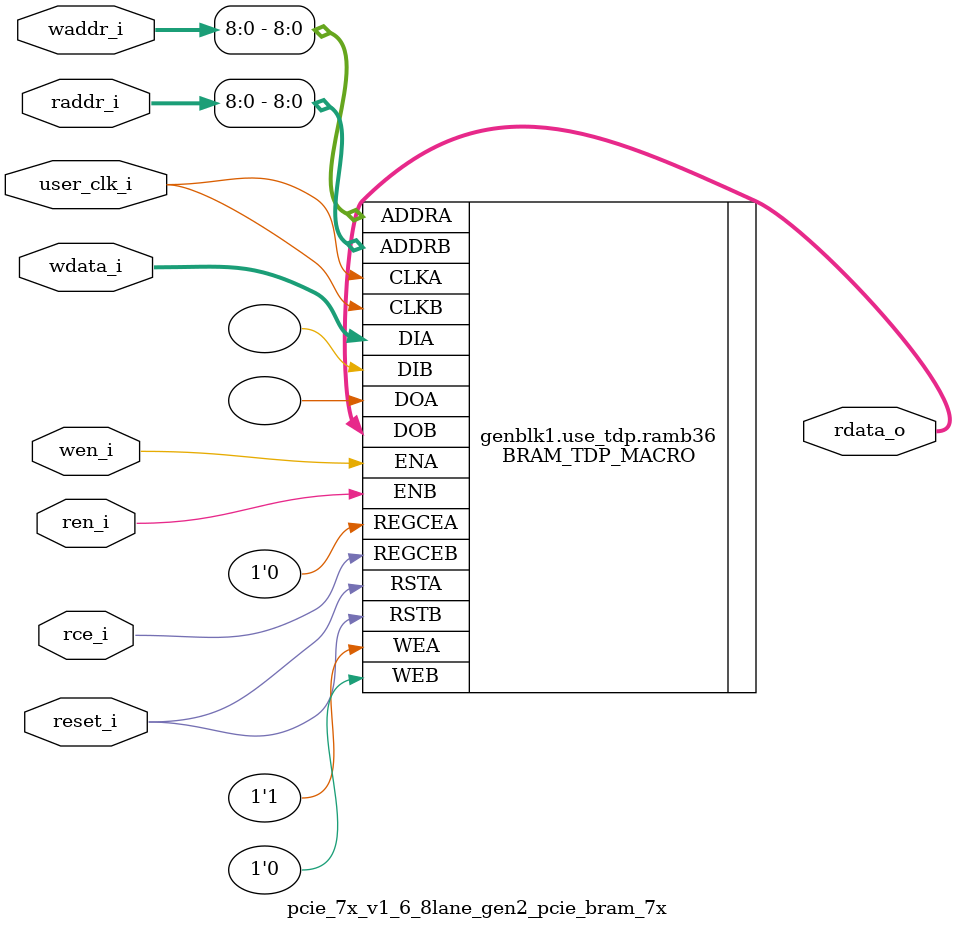
<source format=v>

`timescale 1ps/1ps

module pcie_7x_v1_6_8lane_gen2_pcie_bram_7x
  #(
    parameter [3:0]  LINK_CAP_MAX_LINK_SPEED = 4'h1,        // PCIe Link Speed : 1 - 2.5 GT/s; 2 - 5.0 GT/s
    parameter [5:0]  LINK_CAP_MAX_LINK_WIDTH = 6'h08,       // PCIe Link Width : 1 / 2 / 4 / 8
    parameter IMPL_TARGET = "HARD",                         // the implementation target : HARD, SOFT
    parameter DOB_REG = 0,                                  // 1 - use the output register;
                                                            // 0 - don't use the output register
    parameter WIDTH = 0                                     // supported WIDTH's : 4, 9, 18, 36 - uses RAMB36
                                                            //                     72 - uses RAMB36SDP
    )
    (
     input               user_clk_i,// user clock
     input               reset_i,   // bram reset

     input               wen_i,     // write enable
     input [12:0]        waddr_i,   // write address
     input [WIDTH - 1:0] wdata_i,   // write data

     input               ren_i,     // read enable
     input               rce_i,     // output register clock enable
     input [12:0]        raddr_i,   // read address

     output [WIDTH - 1:0] rdata_o   // read data
     );

   // map the address bits
   localparam ADDR_MSB = ((WIDTH == 4)  ? 12 :
                          (WIDTH == 9)  ? 11 :
                          (WIDTH == 18) ? 10 :
                          (WIDTH == 36) ?  9 :
                                           8
                          );

   // set the width of the tied off low address bits
   localparam ADDR_LO_BITS = ((WIDTH == 4)  ? 2 :
                              (WIDTH == 9)  ? 3 :
                              (WIDTH == 18) ? 4 :
                              (WIDTH == 36) ? 5 :
                                              0 // for WIDTH 72 use RAMB36SDP
                              );

   // map the data bits
   localparam D_MSB =  ((WIDTH == 4)  ?  3 :
                        (WIDTH == 9)  ?  7 :
                        (WIDTH == 18) ? 15 :
                        (WIDTH == 36) ? 31 :
                                        63
                        );

   // map the data parity bits
   localparam DP_LSB =  D_MSB + 1;

   localparam DP_MSB =  ((WIDTH == 4)  ? 4 :
                         (WIDTH == 9)  ? 8 :
                         (WIDTH == 18) ? 17 :
                         (WIDTH == 36) ? 35 :
                                         71
                        );

   localparam DPW = DP_MSB - DP_LSB + 1;
   localparam WRITE_MODE = ((LINK_CAP_MAX_LINK_SPEED == 4'h2) && (LINK_CAP_MAX_LINK_WIDTH == 6'h08)) ?
                                    "WRITE_FIRST" : "NO_CHANGE";

   localparam DEVICE = (IMPL_TARGET == "HARD") ? "7SERIES" : "VIRTEX6";
   localparam BRAM_SIZE = "36Kb";

   localparam WE_WIDTH =(DEVICE == "VIRTEX5" || DEVICE == "VIRTEX6" || DEVICE == "7SERIES") ?
                            ((WIDTH <= 9) ? 1 :
                             (WIDTH > 9 && WIDTH <= 18) ? 2 :
                             (WIDTH > 18 && WIDTH <= 36) ? 4 :
                             (WIDTH > 36 && WIDTH <= 72) ? 8 :
                             (BRAM_SIZE == "18Kb") ? 4 : 8 ) : 8;

   //synthesis translate_off
   initial begin
      //$display("[%t] %m DOB_REG %0d WIDTH %0d ADDR_MSB %0d ADDR_LO_BITS %0d DP_MSB %0d DP_LSB %0d D_MSB %0d",
      //          $time, DOB_REG,   WIDTH,    ADDR_MSB,    ADDR_LO_BITS,    DP_MSB,    DP_LSB,    D_MSB);

      case (WIDTH)
        4,9,18,36,72:;
        default:
          begin
             $display("[%t] %m Error WIDTH %0d not supported", $time, WIDTH);
             $finish;
          end
      endcase // case (WIDTH)
   end
   //synthesis translate_on

   generate
   if ((LINK_CAP_MAX_LINK_WIDTH == 6'h08 && LINK_CAP_MAX_LINK_SPEED == 4'h2) || (WIDTH == 72)) begin : use_sdp
        BRAM_SDP_MACRO #(
               .DEVICE        (DEVICE),
               .BRAM_SIZE     (BRAM_SIZE),
               .DO_REG        (DOB_REG),
               .READ_WIDTH    (WIDTH),
               .WRITE_WIDTH   (WIDTH),
               .WRITE_MODE    (WRITE_MODE)
               )
        ramb36sdp(
               .DO             (rdata_o[WIDTH-1:0]),
               .DI             (wdata_i[WIDTH-1:0]),
               .RDADDR         (raddr_i[ADDR_MSB:0]),
               .RDCLK          (user_clk_i),
               .RDEN           (ren_i),
               .REGCE          (rce_i),
               .RST            (reset_i),
               .WE             ({WE_WIDTH{1'b1}}),
               .WRADDR         (waddr_i[ADDR_MSB:0]),
               .WRCLK          (user_clk_i),
               .WREN           (wen_i)
               );

    end  // block: use_sdp
    else if (WIDTH <= 36) begin : use_tdp
    // use RAMB36's if the width is 4, 9, 18, or 36
        BRAM_TDP_MACRO #(
               .DEVICE        (DEVICE),
               .BRAM_SIZE     (BRAM_SIZE),
               .DOA_REG       (0),
               .DOB_REG       (DOB_REG),
               .READ_WIDTH_A  (WIDTH),
               .READ_WIDTH_B  (WIDTH),
               .WRITE_WIDTH_A (WIDTH),
               .WRITE_WIDTH_B (WIDTH),
               .WRITE_MODE_A  (WRITE_MODE)
               )
        ramb36(
               .DOA            (),
               .DOB            (rdata_o[WIDTH-1:0]),
               .ADDRA          (waddr_i[ADDR_MSB:0]),
               .ADDRB          (raddr_i[ADDR_MSB:0]),
               .CLKA           (user_clk_i),
               .CLKB           (user_clk_i),
               .DIA            (wdata_i[WIDTH-1:0]),
               .DIB            ({WIDTH{1'b0}}),
               .ENA            (wen_i),
               .ENB            (ren_i),
               .REGCEA         (1'b0),
               .REGCEB         (rce_i),
               .RSTA           (reset_i),
               .RSTB           (reset_i),
               .WEA            ({WE_WIDTH{1'b1}}),
               .WEB            ({WE_WIDTH{1'b0}})
               );
   end // block: use_tdp
   endgenerate

endmodule // pcie_bram_7x


</source>
